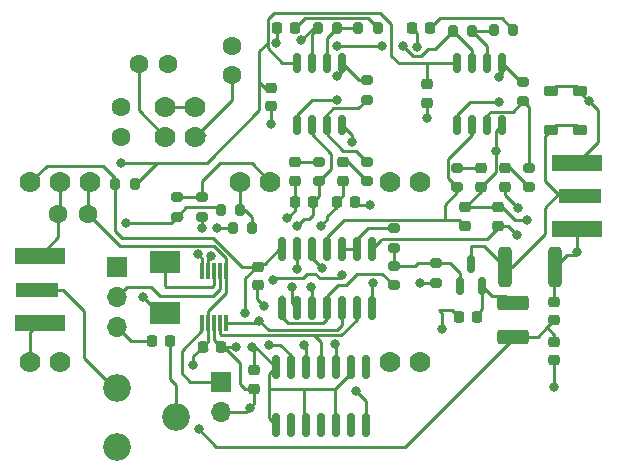
<source format=gbr>
%TF.GenerationSoftware,KiCad,Pcbnew,7.0.9*%
%TF.CreationDate,2024-08-27T22:02:00+02:00*%
%TF.ProjectId,Elektor,456c656b-746f-4722-9e6b-696361645f70,rev?*%
%TF.SameCoordinates,Original*%
%TF.FileFunction,Copper,L1,Top*%
%TF.FilePolarity,Positive*%
%FSLAX46Y46*%
G04 Gerber Fmt 4.6, Leading zero omitted, Abs format (unit mm)*
G04 Created by KiCad (PCBNEW 7.0.9) date 2024-08-27 22:02:00*
%MOMM*%
%LPD*%
G01*
G04 APERTURE LIST*
G04 Aperture macros list*
%AMRoundRect*
0 Rectangle with rounded corners*
0 $1 Rounding radius*
0 $2 $3 $4 $5 $6 $7 $8 $9 X,Y pos of 4 corners*
0 Add a 4 corners polygon primitive as box body*
4,1,4,$2,$3,$4,$5,$6,$7,$8,$9,$2,$3,0*
0 Add four circle primitives for the rounded corners*
1,1,$1+$1,$2,$3*
1,1,$1+$1,$4,$5*
1,1,$1+$1,$6,$7*
1,1,$1+$1,$8,$9*
0 Add four rect primitives between the rounded corners*
20,1,$1+$1,$2,$3,$4,$5,0*
20,1,$1+$1,$4,$5,$6,$7,0*
20,1,$1+$1,$6,$7,$8,$9,0*
20,1,$1+$1,$8,$9,$2,$3,0*%
G04 Aperture macros list end*
%TA.AperFunction,SMDPad,CuDef*%
%ADD10RoundRect,0.150000X0.150000X-0.825000X0.150000X0.825000X-0.150000X0.825000X-0.150000X-0.825000X0*%
%TD*%
%TA.AperFunction,ComponentPad*%
%ADD11C,2.340000*%
%TD*%
%TA.AperFunction,SMDPad,CuDef*%
%ADD12R,0.300000X1.400000*%
%TD*%
%TA.AperFunction,SMDPad,CuDef*%
%ADD13RoundRect,0.225000X0.250000X-0.225000X0.250000X0.225000X-0.250000X0.225000X-0.250000X-0.225000X0*%
%TD*%
%TA.AperFunction,ComponentPad*%
%ADD14C,1.600000*%
%TD*%
%TA.AperFunction,SMDPad,CuDef*%
%ADD15RoundRect,0.225000X-0.250000X0.225000X-0.250000X-0.225000X0.250000X-0.225000X0.250000X0.225000X0*%
%TD*%
%TA.AperFunction,SMDPad,CuDef*%
%ADD16RoundRect,0.150000X0.150000X-0.587500X0.150000X0.587500X-0.150000X0.587500X-0.150000X-0.587500X0*%
%TD*%
%TA.AperFunction,SMDPad,CuDef*%
%ADD17RoundRect,0.200000X0.275000X-0.200000X0.275000X0.200000X-0.275000X0.200000X-0.275000X-0.200000X0*%
%TD*%
%TA.AperFunction,SMDPad,CuDef*%
%ADD18R,3.600000X1.270000*%
%TD*%
%TA.AperFunction,SMDPad,CuDef*%
%ADD19R,4.200000X1.350000*%
%TD*%
%TA.AperFunction,SMDPad,CuDef*%
%ADD20RoundRect,0.200000X0.200000X0.275000X-0.200000X0.275000X-0.200000X-0.275000X0.200000X-0.275000X0*%
%TD*%
%TA.AperFunction,SMDPad,CuDef*%
%ADD21R,2.600000X1.900000*%
%TD*%
%TA.AperFunction,SMDPad,CuDef*%
%ADD22RoundRect,0.150000X0.150000X-0.675000X0.150000X0.675000X-0.150000X0.675000X-0.150000X-0.675000X0*%
%TD*%
%TA.AperFunction,SMDPad,CuDef*%
%ADD23RoundRect,0.200000X-0.200000X-0.275000X0.200000X-0.275000X0.200000X0.275000X-0.200000X0.275000X0*%
%TD*%
%TA.AperFunction,SMDPad,CuDef*%
%ADD24RoundRect,0.225000X-0.375000X0.225000X-0.375000X-0.225000X0.375000X-0.225000X0.375000X0.225000X0*%
%TD*%
%TA.AperFunction,SMDPad,CuDef*%
%ADD25RoundRect,0.200000X-0.275000X0.200000X-0.275000X-0.200000X0.275000X-0.200000X0.275000X0.200000X0*%
%TD*%
%TA.AperFunction,ComponentPad*%
%ADD26R,1.700000X1.700000*%
%TD*%
%TA.AperFunction,ComponentPad*%
%ADD27O,1.700000X1.700000*%
%TD*%
%TA.AperFunction,SMDPad,CuDef*%
%ADD28RoundRect,0.250000X1.075000X-0.375000X1.075000X0.375000X-1.075000X0.375000X-1.075000X-0.375000X0*%
%TD*%
%TA.AperFunction,ComponentPad*%
%ADD29C,1.778000*%
%TD*%
%TA.AperFunction,SMDPad,CuDef*%
%ADD30RoundRect,0.225000X0.225000X0.250000X-0.225000X0.250000X-0.225000X-0.250000X0.225000X-0.250000X0*%
%TD*%
%TA.AperFunction,SMDPad,CuDef*%
%ADD31RoundRect,0.225000X-0.225000X-0.250000X0.225000X-0.250000X0.225000X0.250000X-0.225000X0.250000X0*%
%TD*%
%TA.AperFunction,SMDPad,CuDef*%
%ADD32RoundRect,0.225000X0.375000X-0.225000X0.375000X0.225000X-0.375000X0.225000X-0.375000X-0.225000X0*%
%TD*%
%TA.AperFunction,SMDPad,CuDef*%
%ADD33RoundRect,0.250000X-0.312500X-1.450000X0.312500X-1.450000X0.312500X1.450000X-0.312500X1.450000X0*%
%TD*%
%TA.AperFunction,ViaPad*%
%ADD34C,0.800000*%
%TD*%
%TA.AperFunction,Conductor*%
%ADD35C,0.250000*%
%TD*%
G04 APERTURE END LIST*
D10*
%TO.P,U2,1*%
%TO.N,Net-(U2G-VCC)*%
X179190000Y-96675000D03*
%TO.P,U2,2*%
%TO.N,unconnected-(U2-Pad2)*%
X180460000Y-96675000D03*
%TO.P,U2,3*%
%TO.N,Net-(U2G-VCC)*%
X181730000Y-96675000D03*
%TO.P,U2,4*%
%TO.N,unconnected-(U2-Pad4)*%
X183000000Y-96675000D03*
%TO.P,U2,5*%
%TO.N,Net-(U2G-VCC)*%
X184270000Y-96675000D03*
%TO.P,U2,6*%
%TO.N,unconnected-(U2-Pad6)*%
X185540000Y-96675000D03*
%TO.P,U2,7,GND*%
%TO.N,GND*%
X186810000Y-96675000D03*
%TO.P,U2,8*%
%TO.N,unconnected-(U2-Pad8)*%
X186810000Y-91725000D03*
%TO.P,U2,9*%
%TO.N,Net-(U2G-VCC)*%
X185540000Y-91725000D03*
%TO.P,U2,10*%
%TO.N,Net-(U3-4E)*%
X184270000Y-91725000D03*
%TO.P,U2,11*%
%TO.N,Net-(U1-CLK1)*%
X183000000Y-91725000D03*
%TO.P,U2,12*%
%TO.N,Net-(U3-1E)*%
X181730000Y-91725000D03*
%TO.P,U2,13*%
%TO.N,Net-(U1-CLK0)*%
X180460000Y-91725000D03*
%TO.P,U2,14,VCC*%
%TO.N,Net-(U2G-VCC)*%
X179190000Y-91725000D03*
%TD*%
D11*
%TO.P,RV1,1,1*%
%TO.N,Net-(J13-In)*%
X165750000Y-93500000D03*
%TO.P,RV1,2,2*%
%TO.N,Net-(C21-Pad1)*%
X170750000Y-96000000D03*
%TO.P,RV1,3,3*%
%TO.N,GND*%
X165750000Y-98500000D03*
%TD*%
D12*
%TO.P,U1,1,VDD*%
%TO.N,3.3V*%
X175000000Y-83600000D03*
%TO.P,U1,2,XA*%
%TO.N,Net-(J6-Pin_2)*%
X174500000Y-83600000D03*
%TO.P,U1,3,XB*%
%TO.N,Net-(U1-XB)*%
X174000000Y-83600000D03*
%TO.P,U1,4,SCL*%
%TO.N,Net-(U1-SCL)*%
X173500000Y-83600000D03*
%TO.P,U1,5,SDA*%
%TO.N,Net-(U1-SDA)*%
X173000000Y-83600000D03*
%TO.P,U1,6,CLK2*%
%TO.N,Net-(J8-Pin_1)*%
X173000000Y-88000000D03*
%TO.P,U1,7,VDDO*%
%TO.N,3.3V*%
X173500000Y-88000000D03*
%TO.P,U1,8,GND*%
%TO.N,GND*%
X174000000Y-88000000D03*
%TO.P,U1,9,CLK1*%
%TO.N,Net-(U1-CLK1)*%
X174500000Y-88000000D03*
%TO.P,U1,10,CLK0*%
%TO.N,Net-(U1-CLK0)*%
X175000000Y-88000000D03*
%TD*%
D13*
%TO.P,C22,1*%
%TO.N,3.3V*%
X202800000Y-87775000D03*
%TO.P,C22,2*%
%TO.N,GNDA*%
X202800000Y-86225000D03*
%TD*%
D14*
%TO.P,C18,1*%
%TO.N,5VA*%
X166116000Y-72250000D03*
%TO.P,C18,2*%
%TO.N,GNDA*%
X166116000Y-69750000D03*
%TD*%
D15*
%TO.P,C20,1*%
%TO.N,Net-(U2G-VCC)*%
X177400000Y-92025000D03*
%TO.P,C20,2*%
%TO.N,GND*%
X177400000Y-93575000D03*
%TD*%
D16*
%TO.P,Q1,1,S*%
%TO.N,Net-(Q1-S)*%
X194800000Y-84875000D03*
%TO.P,Q1,2,D*%
%TO.N,Net-(Q1-D)*%
X196700000Y-84875000D03*
%TO.P,Q1,3,G*%
%TO.N,Net-(D1-K)*%
X195750000Y-83000000D03*
%TD*%
D15*
%TO.P,C15,1*%
%TO.N,5VA*%
X178816000Y-68072000D03*
%TO.P,C15,2*%
%TO.N,GNDA*%
X178816000Y-69622000D03*
%TD*%
D17*
%TO.P,R18,1*%
%TO.N,Net-(U3-4Y)*%
X194564000Y-76517000D03*
%TO.P,R18,2*%
%TO.N,Net-(C12-Pad2)*%
X194564000Y-74867000D03*
%TD*%
D13*
%TO.P,C3,1*%
%TO.N,Net-(U3-2Z)*%
X184912000Y-75959000D03*
%TO.P,C3,2*%
%TO.N,Net-(C3-Pad2)*%
X184912000Y-74409000D03*
%TD*%
D18*
%TO.P,J1,1,In*%
%TO.N,Net-(D1-K)*%
X204950000Y-77250000D03*
D19*
%TO.P,J1,2,Ext*%
%TO.N,GNDA*%
X204750000Y-80075000D03*
X204750000Y-74425000D03*
%TD*%
D20*
%TO.P,R17,1*%
%TO.N,Net-(U7B--)*%
X195825000Y-63246000D03*
%TO.P,R17,2*%
%TO.N,Net-(C14-Pad1)*%
X194175000Y-63246000D03*
%TD*%
D21*
%TO.P,Y1,1*%
%TO.N,Net-(U1-XB)*%
X169800000Y-82850000D03*
%TO.P,Y1,2*%
%TO.N,Net-(J6-Pin_1)*%
X169800000Y-87150000D03*
%TD*%
D22*
%TO.P,U5,1*%
%TO.N,Net-(U5B-+)*%
X180975000Y-71205000D03*
%TO.P,U5,2,-*%
%TO.N,Net-(U3-1Z)*%
X182245000Y-71205000D03*
%TO.P,U5,3,+*%
%TO.N,Net-(U5A-+)*%
X183515000Y-71205000D03*
%TO.P,U5,4,V-*%
%TO.N,GNDA*%
X184785000Y-71205000D03*
%TO.P,U5,5,+*%
%TO.N,Net-(U5B-+)*%
X184785000Y-65955000D03*
%TO.P,U5,6,-*%
%TO.N,Net-(U5B--)*%
X183515000Y-65955000D03*
%TO.P,U5,7*%
%TO.N,Net-(C8-Pad1)*%
X182245000Y-65955000D03*
%TO.P,U5,8,V+*%
%TO.N,5VA*%
X180975000Y-65955000D03*
%TD*%
D23*
%TO.P,R5,1*%
%TO.N,Net-(U2G-VCC)*%
X165608000Y-76200000D03*
%TO.P,R5,2*%
%TO.N,5VA*%
X167258000Y-76200000D03*
%TD*%
D24*
%TO.P,D2,1,K*%
%TO.N,GNDA*%
X202500000Y-68350000D03*
%TO.P,D2,2,A*%
%TO.N,Net-(D1-K)*%
X202500000Y-71650000D03*
%TD*%
D14*
%TO.P,C1,1*%
%TO.N,3.3V*%
X163302000Y-78740000D03*
%TO.P,C1,2*%
%TO.N,GND*%
X160802000Y-78740000D03*
%TD*%
D10*
%TO.P,U3,1,1Y*%
%TO.N,Net-(U3-1Y)*%
X179730000Y-86700000D03*
%TO.P,U3,2,1Z*%
%TO.N,Net-(U3-1Z)*%
X181000000Y-86700000D03*
%TO.P,U3,3,2Z*%
%TO.N,Net-(U3-2Z)*%
X182270000Y-86700000D03*
%TO.P,U3,4,2Y*%
%TO.N,Net-(U3-1Y)*%
X183540000Y-86700000D03*
%TO.P,U3,5,2E*%
%TO.N,Net-(U1-CLK0)*%
X184810000Y-86700000D03*
%TO.P,U3,6,3E*%
%TO.N,Net-(U1-CLK1)*%
X186080000Y-86700000D03*
%TO.P,U3,7,GND*%
%TO.N,GND*%
X187350000Y-86700000D03*
%TO.P,U3,8,3Y*%
%TO.N,Net-(U3-3Y)*%
X187350000Y-81750000D03*
%TO.P,U3,9,3Z*%
%TO.N,Net-(U3-3Z)*%
X186080000Y-81750000D03*
%TO.P,U3,10,4Z*%
X184810000Y-81750000D03*
%TO.P,U3,11,4Y*%
%TO.N,Net-(U3-4Y)*%
X183540000Y-81750000D03*
%TO.P,U3,12,4E*%
%TO.N,Net-(U3-4E)*%
X182270000Y-81750000D03*
%TO.P,U3,13,1E*%
%TO.N,Net-(U3-1E)*%
X181000000Y-81750000D03*
%TO.P,U3,14,VCC*%
%TO.N,Net-(U2G-VCC)*%
X179730000Y-81750000D03*
%TD*%
D25*
%TO.P,R4,1*%
%TO.N,Net-(U6-SDA)*%
X173000000Y-77375000D03*
%TO.P,R4,2*%
%TO.N,Net-(U1-SDA)*%
X173000000Y-79025000D03*
%TD*%
D26*
%TO.P,J8,1,Pin_1*%
%TO.N,Net-(J8-Pin_1)*%
X174600000Y-93000000D03*
D27*
%TO.P,J8,2,Pin_2*%
%TO.N,GND*%
X174600000Y-95540000D03*
%TD*%
D17*
%TO.P,R13,1*%
%TO.N,Net-(U3-1Z)*%
X182880000Y-76009000D03*
%TO.P,R13,2*%
%TO.N,Net-(C6-Pad2)*%
X182880000Y-74359000D03*
%TD*%
D26*
%TO.P,J6,1,Pin_1*%
%TO.N,Net-(J6-Pin_1)*%
X165800000Y-83275000D03*
D27*
%TO.P,J6,2,Pin_2*%
%TO.N,Net-(J6-Pin_2)*%
X165800000Y-85815000D03*
%TO.P,J6,3,Pin_3*%
%TO.N,Net-(J6-Pin_3)*%
X165800000Y-88355000D03*
%TD*%
D22*
%TO.P,U7,1*%
%TO.N,Net-(U7B-+)*%
X194552500Y-71254000D03*
%TO.P,U7,2,-*%
%TO.N,Net-(U3-4Y)*%
X195822500Y-71254000D03*
%TO.P,U7,3,+*%
%TO.N,Net-(U7A-+)*%
X197092500Y-71254000D03*
%TO.P,U7,4,V-*%
%TO.N,GNDA*%
X198362500Y-71254000D03*
%TO.P,U7,5,+*%
%TO.N,Net-(U7B-+)*%
X198362500Y-66004000D03*
%TO.P,U7,6,-*%
%TO.N,Net-(U7B--)*%
X197092500Y-66004000D03*
%TO.P,U7,7*%
%TO.N,Net-(C14-Pad1)*%
X195822500Y-66004000D03*
%TO.P,U7,8,V+*%
%TO.N,5VA*%
X194552500Y-66004000D03*
%TD*%
D14*
%TO.P,C14,1*%
%TO.N,Net-(C14-Pad1)*%
X175514000Y-64536000D03*
%TO.P,C14,2*%
%TO.N,Net-(C14-Pad2)*%
X175514000Y-67036000D03*
%TD*%
D17*
%TO.P,R7,1*%
%TO.N,Net-(U3-1Y)*%
X189200000Y-84825000D03*
%TO.P,R7,2*%
%TO.N,Net-(Q1-S)*%
X189200000Y-83175000D03*
%TD*%
D15*
%TO.P,C17,1*%
%TO.N,5VA*%
X192024000Y-67805000D03*
%TO.P,C17,2*%
%TO.N,GNDA*%
X192024000Y-69355000D03*
%TD*%
D14*
%TO.P,C8,1*%
%TO.N,Net-(C8-Pad1)*%
X170100000Y-66040000D03*
%TO.P,C8,2*%
%TO.N,Net-(C8-Pad2)*%
X167600000Y-66040000D03*
%TD*%
D28*
%TO.P,L2,1,1*%
%TO.N,3.3V*%
X199250000Y-89150000D03*
%TO.P,L2,2,2*%
%TO.N,Net-(Q1-D)*%
X199250000Y-86350000D03*
%TD*%
D17*
%TO.P,R9,1*%
%TO.N,Net-(C3-Pad2)*%
X186944000Y-76009000D03*
%TO.P,R9,2*%
%TO.N,Net-(U5A-+)*%
X186944000Y-74359000D03*
%TD*%
%TO.P,R6,1*%
%TO.N,GNDA*%
X192800000Y-84600000D03*
%TO.P,R6,2*%
%TO.N,Net-(Q1-S)*%
X192800000Y-82950000D03*
%TD*%
D20*
%TO.P,R16,1*%
%TO.N,Net-(C13-Pad2)*%
X199325000Y-63200000D03*
%TO.P,R16,2*%
%TO.N,Net-(U7B--)*%
X197675000Y-63200000D03*
%TD*%
%TO.P,R11,1*%
%TO.N,Net-(C7-Pad2)*%
X187832000Y-62992000D03*
%TO.P,R11,2*%
%TO.N,Net-(U5B--)*%
X186182000Y-62992000D03*
%TD*%
D15*
%TO.P,C23,1*%
%TO.N,3.3V*%
X202800000Y-89600000D03*
%TO.P,C23,2*%
%TO.N,GND*%
X202800000Y-91150000D03*
%TD*%
D25*
%TO.P,R8,1*%
%TO.N,Net-(U3-3Z)*%
X189200000Y-79975000D03*
%TO.P,R8,2*%
%TO.N,Net-(Q1-S)*%
X189200000Y-81625000D03*
%TD*%
D17*
%TO.P,R15,1*%
%TO.N,Net-(U7A-+)*%
X200152000Y-69222000D03*
%TO.P,R15,2*%
%TO.N,Net-(U7B-+)*%
X200152000Y-67572000D03*
%TD*%
%TO.P,R1,1*%
%TO.N,3.3V*%
X170800000Y-79025000D03*
%TO.P,R1,2*%
%TO.N,Net-(U6-SDA)*%
X170800000Y-77375000D03*
%TD*%
D29*
%TO.P,U6,0,0*%
%TO.N,unconnected-(U6-Pad0)*%
X160970000Y-91300000D03*
%TO.P,U6,3V,3V*%
%TO.N,3.3V*%
X163510000Y-76060000D03*
%TO.P,U6,5V,5V*%
%TO.N,Net-(U2G-VCC)*%
X158430000Y-76060000D03*
%TO.P,U6,11,MOSI*%
%TO.N,unconnected-(U6-MOSI-Pad11)*%
X188910000Y-91300000D03*
%TO.P,U6,12,MISO*%
%TO.N,unconnected-(U6-MISO-Pad12)*%
X191450000Y-91300000D03*
%TO.P,U6,13,SCK*%
%TO.N,unconnected-(U6-SCK-Pad13)*%
X191450000Y-76060000D03*
%TO.P,U6,14,14*%
%TO.N,unconnected-(U6-Pad14)*%
X188910000Y-76060000D03*
%TO.P,U6,18,SDA*%
%TO.N,Net-(U6-SDA)*%
X178750000Y-76060000D03*
%TO.P,U6,19,SCL*%
%TO.N,Net-(U6-SCL)*%
X176210000Y-76060000D03*
%TO.P,U6,G,G*%
%TO.N,GND*%
X160970000Y-76060000D03*
%TO.P,U6,GND,GND*%
X158430000Y-91300000D03*
%TO.P,U6,INGND1,INGND1*%
%TO.N,GNDA*%
X169860000Y-69710000D03*
%TO.P,U6,INGND2,INGND2*%
X172400000Y-69710000D03*
%TO.P,U6,INL,INL*%
%TO.N,Net-(C8-Pad2)*%
X169860000Y-72250000D03*
%TO.P,U6,INR,INR*%
%TO.N,Net-(C14-Pad2)*%
X172400000Y-72250000D03*
%TD*%
D30*
%TO.P,C19,1*%
%TO.N,Net-(Q1-D)*%
X196275000Y-87500000D03*
%TO.P,C19,2*%
%TO.N,GNDA*%
X194725000Y-87500000D03*
%TD*%
D13*
%TO.P,C6,1*%
%TO.N,GNDA*%
X180848000Y-75959000D03*
%TO.P,C6,2*%
%TO.N,Net-(C6-Pad2)*%
X180848000Y-74409000D03*
%TD*%
D31*
%TO.P,C7,1*%
%TO.N,GNDA*%
X179298000Y-62992000D03*
%TO.P,C7,2*%
%TO.N,Net-(C7-Pad2)*%
X180848000Y-62992000D03*
%TD*%
%TO.P,C13,1*%
%TO.N,GNDA*%
X190725000Y-63000000D03*
%TO.P,C13,2*%
%TO.N,Net-(C13-Pad2)*%
X192275000Y-63000000D03*
%TD*%
D30*
%TO.P,C4,1*%
%TO.N,GNDA*%
X185928000Y-77724000D03*
%TO.P,C4,2*%
%TO.N,Net-(U3-2Z)*%
X184378000Y-77724000D03*
%TD*%
%TO.P,C5,1*%
%TO.N,Net-(U3-1Z)*%
X182372000Y-77724000D03*
%TO.P,C5,2*%
%TO.N,GNDA*%
X180822000Y-77724000D03*
%TD*%
D17*
%TO.P,R14,1*%
%TO.N,Net-(C9-Pad2)*%
X200660000Y-76517000D03*
%TO.P,R14,2*%
%TO.N,Net-(U7A-+)*%
X200660000Y-74867000D03*
%TD*%
D23*
%TO.P,R2,1*%
%TO.N,3.3V*%
X174550000Y-78400000D03*
%TO.P,R2,2*%
%TO.N,Net-(U6-SCL)*%
X176200000Y-78400000D03*
%TD*%
D13*
%TO.P,C12,1*%
%TO.N,GNDA*%
X196596000Y-76467000D03*
%TO.P,C12,2*%
%TO.N,Net-(C12-Pad2)*%
X196596000Y-74917000D03*
%TD*%
D15*
%TO.P,C10,1*%
%TO.N,GNDA*%
X198000000Y-78219000D03*
%TO.P,C10,2*%
%TO.N,Net-(U3-3Y)*%
X198000000Y-79769000D03*
%TD*%
D30*
%TO.P,C21,1*%
%TO.N,Net-(C21-Pad1)*%
X170250000Y-89500000D03*
%TO.P,C21,2*%
%TO.N,Net-(J6-Pin_3)*%
X168700000Y-89500000D03*
%TD*%
D20*
%TO.P,R3,1*%
%TO.N,Net-(U6-SCL)*%
X177200000Y-80000000D03*
%TO.P,R3,2*%
%TO.N,Net-(U1-SCL)*%
X175550000Y-80000000D03*
%TD*%
D15*
%TO.P,C16,1*%
%TO.N,Net-(U2G-VCC)*%
X177700000Y-83225000D03*
%TO.P,C16,2*%
%TO.N,GND*%
X177700000Y-84775000D03*
%TD*%
D13*
%TO.P,C11,1*%
%TO.N,Net-(U3-4Y)*%
X195250000Y-79775000D03*
%TO.P,C11,2*%
%TO.N,GNDA*%
X195250000Y-78225000D03*
%TD*%
D32*
%TO.P,D1,1,K*%
%TO.N,Net-(D1-K)*%
X205000000Y-71650000D03*
%TO.P,D1,2,A*%
%TO.N,GNDA*%
X205000000Y-68350000D03*
%TD*%
D13*
%TO.P,C9,1*%
%TO.N,Net-(U3-3Y)*%
X198628000Y-76467000D03*
%TO.P,C9,2*%
%TO.N,Net-(C9-Pad2)*%
X198628000Y-74917000D03*
%TD*%
D20*
%TO.P,R12,1*%
%TO.N,Net-(U5B--)*%
X184404000Y-62992000D03*
%TO.P,R12,2*%
%TO.N,Net-(C8-Pad1)*%
X182754000Y-62992000D03*
%TD*%
D33*
%TO.P,L1,1,1*%
%TO.N,Net-(D1-K)*%
X198612500Y-83250000D03*
%TO.P,L1,2,2*%
%TO.N,GNDA*%
X202887500Y-83250000D03*
%TD*%
D18*
%TO.P,J13,1,In*%
%TO.N,Net-(J13-In)*%
X159000000Y-85175000D03*
D19*
%TO.P,J13,2,Ext*%
%TO.N,GND*%
X159200000Y-82350000D03*
X159200000Y-88000000D03*
%TD*%
D17*
%TO.P,R10,1*%
%TO.N,Net-(U5A-+)*%
X186944000Y-69088000D03*
%TO.P,R10,2*%
%TO.N,Net-(U5B-+)*%
X186944000Y-67438000D03*
%TD*%
D31*
%TO.P,C2,1*%
%TO.N,3.3V*%
X173025000Y-90000000D03*
%TO.P,C2,2*%
%TO.N,GND*%
X174575000Y-90000000D03*
%TD*%
D34*
%TO.N,GND*%
X178200000Y-86600000D03*
X175800000Y-90000000D03*
X187400000Y-84600000D03*
X176999997Y-95199997D03*
X202800000Y-93400000D03*
X186000000Y-93800000D03*
%TO.N,Net-(U3-2Z)*%
X182200000Y-85000002D03*
X183000000Y-79800000D03*
%TO.N,GNDA*%
X191400000Y-84600000D03*
X185674000Y-72644000D03*
X180194568Y-79126366D03*
X179248637Y-64337364D03*
X205750004Y-69250000D03*
X204750000Y-82000000D03*
X179000000Y-84400000D03*
X178816000Y-71120000D03*
X200500000Y-79250000D03*
X192024000Y-70612000D03*
X191200000Y-64599990D03*
X184827481Y-83983693D03*
X193250000Y-88500000D03*
X197866000Y-73406000D03*
X187198000Y-77978000D03*
%TO.N,Net-(U3-1Z)*%
X181000000Y-79800000D03*
X180600000Y-85000000D03*
%TO.N,Net-(U3-3Y)*%
X199750004Y-78250000D03*
X199663970Y-80581635D03*
%TO.N,Net-(U1-SCL)*%
X174200000Y-80000000D03*
X173685821Y-82314249D03*
%TO.N,Net-(U1-SDA)*%
X172600000Y-82200000D03*
X172965101Y-80000000D03*
%TO.N,Net-(U5B-+)*%
X184404000Y-67056000D03*
X184404000Y-69088000D03*
%TO.N,Net-(U7B-+)*%
X198108500Y-67190000D03*
X198108500Y-69329000D03*
%TO.N,3.3V*%
X172200000Y-91600000D03*
X172669747Y-97000004D03*
X166500000Y-79500000D03*
%TO.N,5VA*%
X166075992Y-74435000D03*
%TO.N,Net-(J6-Pin_1)*%
X168000000Y-85800000D03*
%TO.N,Net-(C8-Pad1)*%
X181315992Y-64076258D03*
%TO.N,Net-(C14-Pad1)*%
X188200000Y-64516000D03*
X184404000Y-64516000D03*
X190000000Y-64516000D03*
%TO.N,Net-(U2G-VCC)*%
X177199996Y-90000000D03*
X176599996Y-87200000D03*
%TO.N,Net-(U1-CLK0)*%
X177799990Y-87800000D03*
X178600000Y-89854905D03*
%TO.N,Net-(U3-1E)*%
X181600000Y-89902422D03*
X181000000Y-83400000D03*
%TO.N,Net-(U3-4E)*%
X184200000Y-89800000D03*
X183101692Y-83309660D03*
%TD*%
D35*
%TO.N,GND*%
X187350000Y-84650000D02*
X187400000Y-84600000D01*
X177400000Y-94799994D02*
X176999997Y-95199997D01*
X174575000Y-90000000D02*
X174000000Y-89425000D01*
X160970000Y-76060000D02*
X160970000Y-78572000D01*
X158430000Y-88770000D02*
X159200000Y-88000000D01*
X176659994Y-95540000D02*
X176999997Y-95199997D01*
X160970000Y-78572000D02*
X160802000Y-78740000D01*
X186810000Y-94610000D02*
X186810000Y-96675000D01*
X158430000Y-91300000D02*
X158430000Y-88770000D01*
X177400000Y-93575000D02*
X176575000Y-93575000D01*
X174806250Y-90000000D02*
X174575000Y-90000000D01*
X202800000Y-91150000D02*
X202800000Y-93400000D01*
X177400000Y-93575000D02*
X177400000Y-94799994D01*
X177600000Y-84775000D02*
X177600000Y-86000000D01*
X186000000Y-93800000D02*
X186810000Y-94610000D01*
X176200000Y-93200000D02*
X176200000Y-91393750D01*
X174575000Y-90000000D02*
X175800000Y-90000000D01*
X160802000Y-80748000D02*
X159200000Y-82350000D01*
X160802000Y-78740000D02*
X160802000Y-80748000D01*
X174600000Y-95540000D02*
X176659994Y-95540000D01*
X176200000Y-91393750D02*
X174806250Y-90000000D01*
X187198000Y-87122000D02*
X187198000Y-86938000D01*
X187350000Y-86700000D02*
X187350000Y-84650000D01*
X177600000Y-86000000D02*
X178200000Y-86600000D01*
X174000000Y-89425000D02*
X174000000Y-88000000D01*
X176575000Y-93575000D02*
X176200000Y-93200000D01*
%TO.N,Net-(U3-2Z)*%
X184912000Y-75959000D02*
X184912000Y-77190000D01*
X182270000Y-85070002D02*
X182200000Y-85000002D01*
X183574165Y-78974165D02*
X183574165Y-79225835D01*
X184378000Y-78170331D02*
X183574165Y-78974165D01*
X182270000Y-86700000D02*
X182270000Y-85070002D01*
X184912000Y-77190000D02*
X184378000Y-77724000D01*
X184378000Y-77724000D02*
X184378000Y-78170331D01*
X183574165Y-79225835D02*
X183000000Y-79800000D01*
%TO.N,Net-(C3-Pad2)*%
X185344000Y-74409000D02*
X186944000Y-76009000D01*
X184912000Y-74409000D02*
X185344000Y-74409000D01*
%TO.N,GNDA*%
X195256000Y-78219000D02*
X195250000Y-78225000D01*
X191200000Y-63475000D02*
X191200000Y-64599990D01*
X179175000Y-84225000D02*
X181478984Y-84225000D01*
X197866000Y-73406000D02*
X197866000Y-71750500D01*
X182521016Y-83825000D02*
X182921016Y-84225000D01*
X197828000Y-75235000D02*
X196596000Y-76467000D01*
X195250000Y-78225000D02*
X195573000Y-78225000D01*
X205000000Y-68499996D02*
X205750004Y-69250000D01*
X205000000Y-68350000D02*
X205000000Y-68499996D01*
X197866000Y-73406000D02*
X197828000Y-73444000D01*
X169860000Y-69710000D02*
X169278000Y-69710000D01*
X198000000Y-78219000D02*
X195256000Y-78219000D01*
X185674000Y-72094000D02*
X184785000Y-71205000D01*
X194125000Y-86900000D02*
X194725000Y-87500000D01*
X186182000Y-77978000D02*
X185928000Y-77724000D01*
X182921016Y-84225000D02*
X184586174Y-84225000D01*
X190725000Y-63000000D02*
X191200000Y-63475000D01*
X202800000Y-86225000D02*
X202800000Y-83337500D01*
X179298000Y-64288001D02*
X179248637Y-64337364D01*
X192024000Y-69355000D02*
X192024000Y-70612000D01*
X204750000Y-82250000D02*
X203887500Y-82250000D01*
X172400000Y-69710000D02*
X169860000Y-69710000D01*
X203887500Y-82250000D02*
X202887500Y-83250000D01*
X202900000Y-67950000D02*
X204600000Y-67950000D01*
X179298000Y-62992000D02*
X179298000Y-64288001D01*
X196596000Y-76467000D02*
X196596000Y-76879000D01*
X180822000Y-77724000D02*
X180822000Y-78498934D01*
X185674000Y-72644000D02*
X185674000Y-72094000D01*
X180822000Y-78498934D02*
X180194568Y-79126366D01*
X180822000Y-75985000D02*
X180848000Y-75959000D01*
X181478984Y-84225000D02*
X181878984Y-83825000D01*
X204750000Y-74425000D02*
X206500000Y-72675000D01*
X202500000Y-68350000D02*
X202900000Y-67950000D01*
X198397351Y-78219000D02*
X198000000Y-78219000D01*
X205478000Y-73947000D02*
X205000000Y-74425000D01*
X192650000Y-84600000D02*
X192800000Y-84450000D01*
X206500000Y-72675000D02*
X206500000Y-69999996D01*
X199428351Y-79250000D02*
X198397351Y-78219000D01*
X191400000Y-84600000D02*
X192650000Y-84600000D01*
X181878984Y-83825000D02*
X182521016Y-83825000D01*
X193250000Y-87150000D02*
X193000000Y-86900000D01*
X193250000Y-88500000D02*
X193250000Y-87150000D01*
X179000000Y-84400000D02*
X179175000Y-84225000D01*
X193000000Y-86900000D02*
X194125000Y-86900000D01*
X196596000Y-76879000D02*
X195250000Y-78225000D01*
X180822000Y-77724000D02*
X180822000Y-75985000D01*
X204600000Y-67950000D02*
X205000000Y-68350000D01*
X197866000Y-71750500D02*
X198362500Y-71254000D01*
X200500000Y-79250000D02*
X199428351Y-79250000D01*
X204750000Y-82000000D02*
X204750000Y-82250000D01*
X197828000Y-73444000D02*
X197828000Y-75235000D01*
X187198000Y-77978000D02*
X186182000Y-77978000D01*
X178816000Y-69622000D02*
X178816000Y-71120000D01*
X202800000Y-83337500D02*
X202887500Y-83250000D01*
X206500000Y-69999996D02*
X205750004Y-69250000D01*
X204750000Y-80075000D02*
X204750000Y-82000000D01*
X205000000Y-74425000D02*
X204750000Y-74425000D01*
X184586174Y-84225000D02*
X184827481Y-83983693D01*
%TO.N,Net-(U3-1Z)*%
X182372000Y-77724000D02*
X182372000Y-78828000D01*
X180600000Y-86300000D02*
X181000000Y-86700000D01*
X181600000Y-79200000D02*
X181000000Y-79800000D01*
X182372000Y-78828000D02*
X182000000Y-79200000D01*
X182245000Y-72009000D02*
X183896000Y-73660000D01*
X182245000Y-71205000D02*
X182245000Y-72009000D01*
X182880000Y-77216000D02*
X182372000Y-77724000D01*
X180600000Y-85000000D02*
X180600000Y-86300000D01*
X182880000Y-76009000D02*
X182880000Y-77216000D01*
X183896000Y-74993000D02*
X182880000Y-76009000D01*
X183896000Y-73660000D02*
X183896000Y-74993000D01*
X182000000Y-79200000D02*
X181600000Y-79200000D01*
%TO.N,Net-(C6-Pad2)*%
X180898000Y-74359000D02*
X180848000Y-74409000D01*
X182880000Y-74359000D02*
X180898000Y-74359000D01*
%TO.N,Net-(C7-Pad2)*%
X180848000Y-62612000D02*
X180848000Y-62992000D01*
X187032000Y-62192000D02*
X181648000Y-62192000D01*
X181648000Y-62192000D02*
X180848000Y-62992000D01*
X187832000Y-62992000D02*
X187032000Y-62192000D01*
%TO.N,Net-(U3-3Y)*%
X197100000Y-80900000D02*
X188200000Y-80900000D01*
X198000000Y-80000000D02*
X197100000Y-80900000D01*
X198000000Y-79769000D02*
X198851335Y-79769000D01*
X198000000Y-79769000D02*
X198000000Y-80000000D01*
X198628000Y-76467000D02*
X198628000Y-77127996D01*
X198851335Y-79769000D02*
X199663970Y-80581635D01*
X199663970Y-80432070D02*
X199663970Y-80581635D01*
X187350000Y-81750000D02*
X188100000Y-81000000D01*
X199495900Y-80264000D02*
X199663970Y-80432070D01*
X198628000Y-77127996D02*
X199750004Y-78250000D01*
%TO.N,Net-(C9-Pad2)*%
X198628000Y-74917000D02*
X199060000Y-74917000D01*
X199060000Y-74917000D02*
X200660000Y-76517000D01*
%TO.N,Net-(U3-4Y)*%
X193764000Y-75717000D02*
X193764000Y-74137499D01*
X195822500Y-72078999D02*
X195822500Y-71254000D01*
X195250000Y-79775000D02*
X194723000Y-79248000D01*
X193764000Y-74137499D02*
X195822500Y-72078999D01*
X194564000Y-76517000D02*
X193764000Y-75717000D01*
X194564000Y-76936000D02*
X193500000Y-78000000D01*
X185002000Y-79248000D02*
X183500000Y-80750000D01*
X194564000Y-76517000D02*
X194564000Y-76936000D01*
X193500000Y-79248000D02*
X194310000Y-79248000D01*
X193500000Y-78000000D02*
X193500000Y-79248000D01*
X194723000Y-79248000D02*
X194310000Y-79248000D01*
X194310000Y-79248000D02*
X185002000Y-79248000D01*
%TO.N,Net-(C12-Pad2)*%
X194564000Y-74867000D02*
X196546000Y-74867000D01*
X196546000Y-74867000D02*
X196596000Y-74917000D01*
%TO.N,Net-(C13-Pad2)*%
X199325000Y-63200000D02*
X198325000Y-62200000D01*
X193075000Y-62200000D02*
X192275000Y-63000000D01*
X198325000Y-62200000D02*
X193075000Y-62200000D01*
%TO.N,Net-(Q1-D)*%
X196500000Y-87275000D02*
X196500000Y-87000000D01*
X197525000Y-85700000D02*
X198600000Y-85700000D01*
X196275000Y-87500000D02*
X196500000Y-87275000D01*
X196500000Y-87000000D02*
X196700000Y-86800000D01*
X196700000Y-84875000D02*
X197525000Y-85700000D01*
X198600000Y-85700000D02*
X199250000Y-86350000D01*
X196700000Y-86800000D02*
X196700000Y-84875000D01*
%TO.N,Net-(D1-K)*%
X204750000Y-77250000D02*
X204625000Y-77125000D01*
X204600000Y-71250000D02*
X205000000Y-71650000D01*
X202000000Y-80482412D02*
X199232412Y-83250000D01*
X196862500Y-81500000D02*
X195750000Y-81500000D01*
X202000000Y-78250000D02*
X202000000Y-80482412D01*
X195750000Y-81500000D02*
X195750000Y-83000000D01*
X198612500Y-83250000D02*
X196862500Y-81500000D01*
X204950000Y-77250000D02*
X204750000Y-77250000D01*
X202000000Y-76000000D02*
X203125000Y-77125000D01*
X202500000Y-71650000D02*
X202000000Y-72150000D01*
X202000000Y-72150000D02*
X202000000Y-76000000D01*
X202900000Y-71250000D02*
X204600000Y-71250000D01*
X204625000Y-77125000D02*
X203125000Y-77125000D01*
X203125000Y-77125000D02*
X202000000Y-78250000D01*
X199232412Y-83250000D02*
X198612500Y-83250000D01*
X202500000Y-71650000D02*
X202900000Y-71250000D01*
%TO.N,Net-(Q1-S)*%
X190600000Y-83200000D02*
X190575000Y-83175000D01*
X194800000Y-83800000D02*
X193950000Y-82950000D01*
X191250000Y-82950000D02*
X191000000Y-83200000D01*
X192800000Y-82950000D02*
X191250000Y-82950000D01*
X191000000Y-83200000D02*
X190600000Y-83200000D01*
X190575000Y-83175000D02*
X189200000Y-83175000D01*
X193950000Y-82950000D02*
X192800000Y-82950000D01*
X194800000Y-84875000D02*
X194800000Y-83800000D01*
X189200000Y-81625000D02*
X189200000Y-83175000D01*
%TO.N,Net-(U1-SCL)*%
X173500000Y-82500070D02*
X173685821Y-82314249D01*
X175550000Y-80000000D02*
X174200000Y-80000000D01*
X173500000Y-83600000D02*
X173500000Y-82500070D01*
X174275000Y-80075000D02*
X174200000Y-80000000D01*
%TO.N,Net-(U1-SDA)*%
X173000000Y-83600000D02*
X173000000Y-82600000D01*
X173000000Y-79025000D02*
X173000000Y-79965101D01*
X173000000Y-79965101D02*
X172965101Y-80000000D01*
X173000000Y-82600000D02*
X172600000Y-82200000D01*
%TO.N,Net-(U3-1Y)*%
X183540000Y-86700000D02*
X183540000Y-85725001D01*
X180236396Y-88000000D02*
X179730000Y-87493604D01*
X183540000Y-85725001D02*
X184515001Y-84750000D01*
X188200000Y-83825000D02*
X189200000Y-84825000D01*
X179730000Y-85725001D02*
X179730000Y-86700000D01*
X186078984Y-83825000D02*
X188200000Y-83825000D01*
X185153984Y-84750000D02*
X186078984Y-83825000D01*
X183540000Y-87674999D02*
X183214999Y-88000000D01*
X183540000Y-86700000D02*
X183540000Y-87674999D01*
X183214999Y-88000000D02*
X180236396Y-88000000D01*
X179730000Y-87493604D02*
X179730000Y-86700000D01*
X184515001Y-84750000D02*
X185153984Y-84750000D01*
%TO.N,Net-(U3-3Z)*%
X184810000Y-81750000D02*
X186080000Y-81750000D01*
X186080000Y-81750000D02*
X186080000Y-80920000D01*
X186080000Y-80920000D02*
X187025000Y-79975000D01*
X187025000Y-79975000D02*
X189200000Y-79975000D01*
%TO.N,Net-(U1-XB)*%
X173800000Y-85000000D02*
X174000000Y-84800000D01*
X169950000Y-85000000D02*
X173800000Y-85000000D01*
X169800000Y-82850000D02*
X169800000Y-84850000D01*
X174000000Y-84800000D02*
X174000000Y-83600000D01*
X169800000Y-84850000D02*
X169950000Y-85000000D01*
%TO.N,Net-(U1-CLK1)*%
X182750000Y-89050000D02*
X183200000Y-89050000D01*
X174600000Y-89050000D02*
X182000000Y-89050000D01*
X174500000Y-88950000D02*
X174600000Y-89050000D01*
X183000000Y-89600000D02*
X183000000Y-91725000D01*
X182000000Y-89050000D02*
X182450000Y-89050000D01*
X183200000Y-89050000D02*
X184750000Y-89050000D01*
X182450000Y-89050000D02*
X183000000Y-89600000D01*
X186080000Y-87720000D02*
X186080000Y-86700000D01*
X174500000Y-88000000D02*
X174500000Y-88950000D01*
X183200000Y-89050000D02*
X182000000Y-89050000D01*
X184750000Y-89050000D02*
X186080000Y-87720000D01*
%TO.N,Net-(U5A-+)*%
X186194491Y-69837509D02*
X184057492Y-69837509D01*
X184057492Y-69837509D02*
X183515000Y-70380001D01*
X186944000Y-69088000D02*
X186194491Y-69837509D01*
X184899509Y-73414508D02*
X183515000Y-72029999D01*
X185999508Y-73414508D02*
X184899509Y-73414508D01*
X183515000Y-72029999D02*
X183515000Y-71205000D01*
X186944000Y-74359000D02*
X185999508Y-73414508D01*
X183515000Y-70380001D02*
X183515000Y-71205000D01*
%TO.N,Net-(U5B-+)*%
X182267001Y-69088000D02*
X184404000Y-69088000D01*
X184404000Y-67056000D02*
X184912000Y-66548000D01*
X184912000Y-66082000D02*
X184785000Y-65955000D01*
X180975000Y-70380001D02*
X182267001Y-69088000D01*
X184912000Y-66548000D02*
X184912000Y-66082000D01*
X186944000Y-67438000D02*
X186268000Y-67438000D01*
X180975000Y-71205000D02*
X180975000Y-70380001D01*
X186268000Y-67438000D02*
X184785000Y-65955000D01*
%TO.N,Net-(U5B--)*%
X183515000Y-63881000D02*
X184404000Y-62992000D01*
X183515000Y-65955000D02*
X183515000Y-63881000D01*
X186182000Y-62992000D02*
X184404000Y-62992000D01*
%TO.N,Net-(U7A-+)*%
X200660000Y-74867000D02*
X200660000Y-69730000D01*
X197417501Y-70104000D02*
X197092500Y-70429001D01*
X200152000Y-69222000D02*
X199270000Y-70104000D01*
X199270000Y-70104000D02*
X197417501Y-70104000D01*
X200660000Y-69730000D02*
X200152000Y-69222000D01*
X197092500Y-70429001D02*
X197092500Y-71254000D01*
%TO.N,Net-(U7B-+)*%
X194552500Y-71254000D02*
X194552500Y-70429001D01*
X194552500Y-70429001D02*
X195652501Y-69329000D01*
X195652501Y-69329000D02*
X198108500Y-69329000D01*
X198362500Y-66004000D02*
X198362500Y-66936000D01*
X198362500Y-66936000D02*
X198108500Y-67190000D01*
X199930500Y-67572000D02*
X198362500Y-66004000D01*
X200152000Y-67572000D02*
X199930500Y-67572000D01*
%TO.N,Net-(U7B--)*%
X197092500Y-64513500D02*
X197092500Y-66004000D01*
X195825000Y-63246000D02*
X197092500Y-64513500D01*
X197629000Y-63246000D02*
X195825000Y-63246000D01*
X197675000Y-63200000D02*
X197629000Y-63246000D01*
%TO.N,3.3V*%
X166032077Y-81470077D02*
X173937665Y-81470077D01*
X171225000Y-79025000D02*
X170800000Y-79025000D01*
X163302000Y-78740000D02*
X163302000Y-76268000D01*
X190150000Y-98500000D02*
X174169743Y-98500000D01*
X163225000Y-76345000D02*
X163510000Y-76060000D01*
X175000000Y-82532412D02*
X175000000Y-83600000D01*
X173500000Y-89525000D02*
X173025000Y-90000000D01*
X175000000Y-85500000D02*
X173500000Y-87000000D01*
X202187500Y-88387500D02*
X202800000Y-89000000D01*
X174350000Y-78200000D02*
X171625000Y-78200000D01*
X170800000Y-79025000D02*
X170325000Y-79500000D01*
X172200000Y-90825000D02*
X172200000Y-91600000D01*
X173025000Y-90000000D02*
X173225000Y-90000000D01*
X202800000Y-89000000D02*
X202800000Y-89600000D01*
X173025000Y-90000000D02*
X172200000Y-90825000D01*
X173500000Y-88000000D02*
X173500000Y-89525000D01*
X174169743Y-98500000D02*
X172669747Y-97000004D01*
X173937665Y-81470077D02*
X175000000Y-82532412D01*
X201425000Y-89150000D02*
X202187500Y-88387500D01*
X199250000Y-89150000D02*
X199250000Y-89400000D01*
X199250000Y-89150000D02*
X201425000Y-89150000D01*
X171625000Y-78200000D02*
X170800000Y-79025000D01*
X174550000Y-78400000D02*
X174350000Y-78200000D01*
X163302000Y-78740000D02*
X166032077Y-81470077D01*
X173225000Y-90000000D02*
X173400000Y-90175000D01*
X202187500Y-88387500D02*
X202800000Y-87775000D01*
X199250000Y-89400000D02*
X190150000Y-98500000D01*
X173500000Y-87000000D02*
X173500000Y-88000000D01*
X163302000Y-76268000D02*
X163510000Y-76060000D01*
X170325000Y-79500000D02*
X166500000Y-79500000D01*
X175000000Y-83600000D02*
X175000000Y-85500000D01*
%TO.N,5VA*%
X194552500Y-66004000D02*
X192024000Y-66004000D01*
X189000000Y-65400000D02*
X189000000Y-62681984D01*
X178816000Y-68072000D02*
X178308000Y-68072000D01*
X177800000Y-70003000D02*
X173431500Y-74371500D01*
X178523000Y-64262000D02*
X177800000Y-64985000D01*
X173368000Y-74435000D02*
X173431500Y-74371500D01*
X177800000Y-67564000D02*
X177800000Y-70003000D01*
X167258000Y-76200000D02*
X167399000Y-76200000D01*
X178308000Y-68072000D02*
X177800000Y-67564000D01*
X192024000Y-67805000D02*
X192024000Y-66004000D01*
X192024000Y-66004000D02*
X189604000Y-66004000D01*
X169164000Y-74435000D02*
X173368000Y-74435000D01*
X178523000Y-64731000D02*
X179747000Y-65955000D01*
X189000000Y-62681984D02*
X188060016Y-61742000D01*
X165849000Y-74208008D02*
X166075992Y-74435000D01*
X167399000Y-76200000D02*
X169164000Y-74435000D01*
X179050000Y-61742000D02*
X178523000Y-62269000D01*
X169164000Y-74435000D02*
X166075992Y-74435000D01*
X188060016Y-61742000D02*
X179050000Y-61742000D01*
X177800000Y-64985000D02*
X177800000Y-67564000D01*
X179747000Y-65955000D02*
X180975000Y-65955000D01*
X189604000Y-66004000D02*
X189000000Y-65400000D01*
X178523000Y-64262000D02*
X178523000Y-64731000D01*
X194382500Y-66174000D02*
X194552500Y-66004000D01*
X178523000Y-62269000D02*
X178523000Y-64262000D01*
%TO.N,Net-(J8-Pin_1)*%
X173000000Y-88600000D02*
X173000000Y-88000000D01*
X171975000Y-93000000D02*
X171250000Y-92275000D01*
X171250000Y-92275000D02*
X171250000Y-90350000D01*
X174600000Y-93000000D02*
X171975000Y-93000000D01*
X171250000Y-90350000D02*
X173000000Y-88600000D01*
%TO.N,Net-(J13-In)*%
X163000000Y-87000000D02*
X161175000Y-85175000D01*
X165500000Y-93500000D02*
X163000000Y-91000000D01*
X163000000Y-91000000D02*
X163000000Y-87000000D01*
X161175000Y-85175000D02*
X159000000Y-85175000D01*
%TO.N,Net-(J6-Pin_2)*%
X174500000Y-83600000D02*
X174500000Y-85100000D01*
X166650000Y-84965000D02*
X165800000Y-85815000D01*
X173850000Y-85750000D02*
X169386396Y-85750000D01*
X169386396Y-85750000D02*
X168601396Y-84965000D01*
X168601396Y-84965000D02*
X166650000Y-84965000D01*
X174500000Y-85100000D02*
X173850000Y-85750000D01*
%TO.N,Net-(J6-Pin_1)*%
X169800000Y-87150000D02*
X169350000Y-87150000D01*
X169350000Y-87150000D02*
X168000000Y-85800000D01*
%TO.N,Net-(J6-Pin_3)*%
X168700000Y-89500000D02*
X166945000Y-89500000D01*
X166945000Y-89500000D02*
X165800000Y-88355000D01*
X165800000Y-88355000D02*
X165800000Y-87800000D01*
%TO.N,Net-(U6-SCL)*%
X176225000Y-78425000D02*
X176200000Y-78400000D01*
X176600000Y-78400000D02*
X177200000Y-79000000D01*
X176200000Y-78400000D02*
X176200000Y-76070000D01*
X176200000Y-76070000D02*
X176210000Y-76060000D01*
X176210000Y-76060000D02*
X176210000Y-76885000D01*
X177200000Y-79000000D02*
X177200000Y-80000000D01*
X176200000Y-78400000D02*
X176600000Y-78400000D01*
%TO.N,Net-(U6-SDA)*%
X173000000Y-76000000D02*
X173000000Y-77375000D01*
X178750000Y-76060000D02*
X177190000Y-74500000D01*
X173000000Y-77375000D02*
X170800000Y-77375000D01*
X174500000Y-74500000D02*
X173000000Y-76000000D01*
X177190000Y-74500000D02*
X174500000Y-74500000D01*
%TO.N,Net-(C8-Pad1)*%
X182754000Y-62992000D02*
X182400250Y-62992000D01*
X182400250Y-62992000D02*
X181315992Y-64076258D01*
X182245000Y-63501000D02*
X182754000Y-62992000D01*
X182245000Y-65955000D02*
X182245000Y-63501000D01*
%TO.N,Net-(C8-Pad2)*%
X167600000Y-69990000D02*
X169860000Y-72250000D01*
X167600000Y-66040000D02*
X167600000Y-69990000D01*
X170046396Y-72700000D02*
X170178198Y-72568198D01*
%TO.N,Net-(C14-Pad1)*%
X190859000Y-65375000D02*
X190000000Y-64516000D01*
X192646000Y-64775000D02*
X192121016Y-64775000D01*
X195822500Y-64893500D02*
X194175000Y-63246000D01*
X194175000Y-63246000D02*
X192646000Y-64775000D01*
X192121016Y-64775000D02*
X191521016Y-65375000D01*
X191521016Y-65375000D02*
X190859000Y-65375000D01*
X184404000Y-64516000D02*
X188200000Y-64516000D01*
X195822500Y-66004000D02*
X195822500Y-64893500D01*
%TO.N,Net-(C14-Pad2)*%
X173228000Y-72096000D02*
X172554000Y-72096000D01*
X175514000Y-67036000D02*
X175514000Y-69136000D01*
X175514000Y-69136000D02*
X172400000Y-72250000D01*
X172554000Y-72096000D02*
X172400000Y-72250000D01*
%TO.N,Net-(U2G-VCC)*%
X178262000Y-82988000D02*
X179500000Y-81750000D01*
X179190000Y-91725000D02*
X178590000Y-92325000D01*
X178590000Y-93600000D02*
X184200000Y-93600000D01*
X173878984Y-80775000D02*
X166191000Y-80775000D01*
X181600000Y-93600000D02*
X181600000Y-96545000D01*
X177600000Y-83225000D02*
X176599996Y-84225004D01*
X178590000Y-92325000D02*
X178590000Y-93600000D01*
X177600000Y-83225000D02*
X176328984Y-83225000D01*
X178590000Y-96075000D02*
X179190000Y-96675000D01*
X177600000Y-83225000D02*
X177837000Y-82988000D01*
X185540000Y-91725000D02*
X185540000Y-92260000D01*
X177465000Y-90000000D02*
X177199996Y-90000000D01*
X165608000Y-76200000D02*
X165608000Y-75692000D01*
X176599996Y-84225004D02*
X176599996Y-87200000D01*
X165608000Y-80192000D02*
X165608000Y-76200000D01*
X185540000Y-92260000D02*
X184230001Y-93569999D01*
X179500000Y-81750000D02*
X179730000Y-81750000D01*
X179190000Y-91725000D02*
X177465000Y-90000000D01*
X166191000Y-80775000D02*
X165608000Y-80192000D01*
X177837000Y-82988000D02*
X178262000Y-82988000D01*
X176328984Y-83225000D02*
X173878984Y-80775000D01*
X178590000Y-93600000D02*
X178590000Y-96075000D01*
X181600000Y-96545000D02*
X181730000Y-96675000D01*
X184200000Y-93600000D02*
X184200000Y-96605000D01*
X177400000Y-92025000D02*
X177400000Y-90200004D01*
X164592000Y-74676000D02*
X159814000Y-74676000D01*
X159814000Y-74676000D02*
X158430000Y-76060000D01*
X184200000Y-96605000D02*
X184270000Y-96675000D01*
X165608000Y-75692000D02*
X164592000Y-74676000D01*
X181000000Y-93600000D02*
X181600000Y-93600000D01*
X177400000Y-90200004D02*
X177199996Y-90000000D01*
%TO.N,Net-(U1-CLK0)*%
X179564904Y-89854905D02*
X178600000Y-89854905D01*
X175000000Y-88000000D02*
X177400000Y-88000000D01*
X178599990Y-88600000D02*
X177799990Y-87800000D01*
X180460000Y-91725000D02*
X180460000Y-90750001D01*
X184400000Y-88600000D02*
X178599990Y-88600000D01*
X184810000Y-88190000D02*
X184400000Y-88600000D01*
X180460000Y-90750001D02*
X179564904Y-89854905D01*
X177400000Y-88000000D02*
X177600000Y-87800000D01*
X184810000Y-86700000D02*
X184810000Y-88190000D01*
X177600000Y-87800000D02*
X177799990Y-87800000D01*
%TO.N,Net-(U3-1E)*%
X181730000Y-91725000D02*
X181730000Y-90032422D01*
X181000000Y-81750000D02*
X181000000Y-83400000D01*
X181730000Y-90032422D02*
X181600000Y-89902422D01*
%TO.N,Net-(U3-4E)*%
X184270000Y-91725000D02*
X184270000Y-89870000D01*
X182270000Y-81750000D02*
X182270000Y-82477968D01*
X182270000Y-82477968D02*
X183101692Y-83309660D01*
X184270000Y-89870000D02*
X184200000Y-89800000D01*
%TO.N,Net-(C21-Pad1)*%
X170250000Y-92750000D02*
X170250000Y-89500000D01*
X170750000Y-96000000D02*
X170750000Y-93250000D01*
X170750000Y-93250000D02*
X170250000Y-92750000D01*
%TD*%
M02*

</source>
